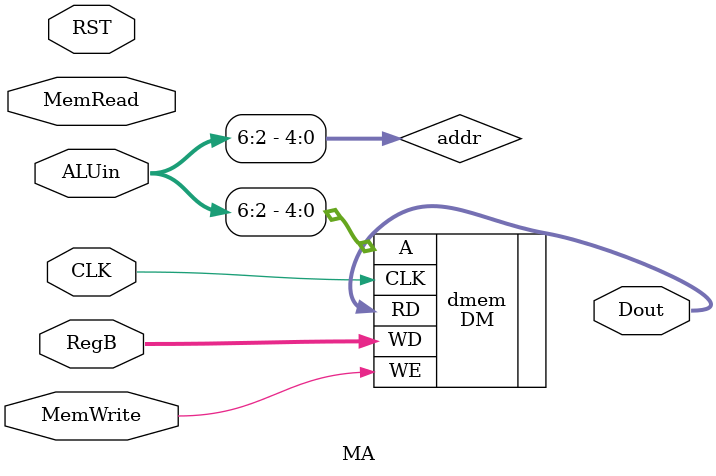
<source format=v>
module MA(
    input  wire        CLK,
    input  wire        RST,
    input  wire [31:0] ALUin,
    input  wire [31:0] RegB,
    input  wire        MemWrite,
    input  wire        MemRead,
    output wire [31:0] Dout
);
    wire [4:0] addr = ALUin[6:2]; // 32語=5bit

    // DM（データメモリ）インスタンス
    DM dmem (
        .CLK(CLK),
        .A(addr),
        .WD(RegB),
        .WE(MemWrite),
        .RD(Dout)
    );
endmodule

</source>
